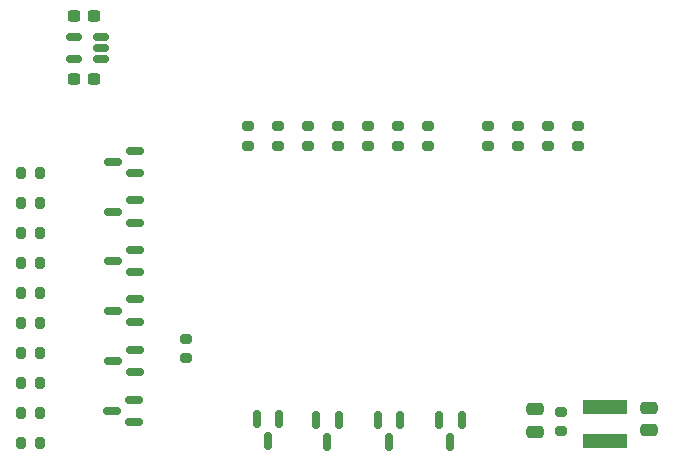
<source format=gbr>
%TF.GenerationSoftware,KiCad,Pcbnew,6.0.11-3.fc37*%
%TF.CreationDate,2024-04-07T15:32:32-04:00*%
%TF.ProjectId,Controller_T4,436f6e74-726f-46c6-9c65-725f54342e6b,rev?*%
%TF.SameCoordinates,Original*%
%TF.FileFunction,Paste,Top*%
%TF.FilePolarity,Positive*%
%FSLAX46Y46*%
G04 Gerber Fmt 4.6, Leading zero omitted, Abs format (unit mm)*
G04 Created by KiCad (PCBNEW 6.0.11-3.fc37) date 2024-04-07 15:32:32*
%MOMM*%
%LPD*%
G01*
G04 APERTURE LIST*
G04 Aperture macros list*
%AMRoundRect*
0 Rectangle with rounded corners*
0 $1 Rounding radius*
0 $2 $3 $4 $5 $6 $7 $8 $9 X,Y pos of 4 corners*
0 Add a 4 corners polygon primitive as box body*
4,1,4,$2,$3,$4,$5,$6,$7,$8,$9,$2,$3,0*
0 Add four circle primitives for the rounded corners*
1,1,$1+$1,$2,$3*
1,1,$1+$1,$4,$5*
1,1,$1+$1,$6,$7*
1,1,$1+$1,$8,$9*
0 Add four rect primitives between the rounded corners*
20,1,$1+$1,$2,$3,$4,$5,0*
20,1,$1+$1,$4,$5,$6,$7,0*
20,1,$1+$1,$6,$7,$8,$9,0*
20,1,$1+$1,$8,$9,$2,$3,0*%
G04 Aperture macros list end*
%ADD10RoundRect,0.150000X0.587500X0.150000X-0.587500X0.150000X-0.587500X-0.150000X0.587500X-0.150000X0*%
%ADD11RoundRect,0.200000X-0.200000X-0.275000X0.200000X-0.275000X0.200000X0.275000X-0.200000X0.275000X0*%
%ADD12RoundRect,0.200000X-0.275000X0.200000X-0.275000X-0.200000X0.275000X-0.200000X0.275000X0.200000X0*%
%ADD13RoundRect,0.250000X-0.475000X0.250000X-0.475000X-0.250000X0.475000X-0.250000X0.475000X0.250000X0*%
%ADD14RoundRect,0.237500X-0.300000X-0.237500X0.300000X-0.237500X0.300000X0.237500X-0.300000X0.237500X0*%
%ADD15RoundRect,0.150000X-0.150000X0.587500X-0.150000X-0.587500X0.150000X-0.587500X0.150000X0.587500X0*%
%ADD16RoundRect,0.250000X0.475000X-0.250000X0.475000X0.250000X-0.475000X0.250000X-0.475000X-0.250000X0*%
%ADD17RoundRect,0.150000X0.512500X0.150000X-0.512500X0.150000X-0.512500X-0.150000X0.512500X-0.150000X0*%
%ADD18R,3.700000X1.200000*%
G04 APERTURE END LIST*
D10*
%TO.C,D4*%
X120855000Y-104965000D03*
X120855000Y-103065000D03*
X118980000Y-104015000D03*
%TD*%
D11*
%TO.C,R9*%
X111195000Y-123620000D03*
X112845000Y-123620000D03*
%TD*%
D12*
%TO.C,R21*%
X138085000Y-96800000D03*
X138085000Y-98450000D03*
%TD*%
%TO.C,R16*%
X143165000Y-96800000D03*
X143165000Y-98450000D03*
%TD*%
D13*
%TO.C,C1*%
X164350000Y-120610000D03*
X164350000Y-122510000D03*
%TD*%
D10*
%TO.C,D2*%
X120855000Y-100770000D03*
X120855000Y-98870000D03*
X118980000Y-99820000D03*
%TD*%
D11*
%TO.C,R10*%
X111195000Y-121080000D03*
X112845000Y-121080000D03*
%TD*%
D14*
%TO.C,C3*%
X115697500Y-92810000D03*
X117422500Y-92810000D03*
%TD*%
D12*
%TO.C,R11*%
X156900000Y-120955000D03*
X156900000Y-122605000D03*
%TD*%
D11*
%TO.C,R8*%
X111195000Y-118540000D03*
X112845000Y-118540000D03*
%TD*%
D12*
%TO.C,R12*%
X130465000Y-96800000D03*
X130465000Y-98450000D03*
%TD*%
D11*
%TO.C,R5*%
X111195000Y-105840000D03*
X112845000Y-105840000D03*
%TD*%
D12*
%TO.C,R22*%
X153310000Y-96800000D03*
X153310000Y-98450000D03*
%TD*%
%TO.C,R20*%
X145705000Y-96800000D03*
X145705000Y-98450000D03*
%TD*%
D10*
%TO.C,D8*%
X120855000Y-113355000D03*
X120855000Y-111455000D03*
X118980000Y-112405000D03*
%TD*%
D11*
%TO.C,R6*%
X111195000Y-116000000D03*
X112845000Y-116000000D03*
%TD*%
D15*
%TO.C,D7*%
X138100000Y-121620000D03*
X136200000Y-121620000D03*
X137150000Y-123495000D03*
%TD*%
D14*
%TO.C,C2*%
X115697500Y-87460000D03*
X117422500Y-87460000D03*
%TD*%
D15*
%TO.C,D5*%
X133100000Y-121570000D03*
X131200000Y-121570000D03*
X132150000Y-123445000D03*
%TD*%
D12*
%TO.C,R17*%
X158405000Y-96800000D03*
X158405000Y-98450000D03*
%TD*%
D16*
%TO.C,C5*%
X154750000Y-122650000D03*
X154750000Y-120750000D03*
%TD*%
D15*
%TO.C,D9*%
X148520000Y-121670000D03*
X146620000Y-121670000D03*
X147570000Y-123545000D03*
%TD*%
D17*
%TO.C,U2*%
X117977500Y-91110000D03*
X117977500Y-90160000D03*
X117977500Y-89210000D03*
X115702500Y-89210000D03*
X115702500Y-91110000D03*
%TD*%
D12*
%TO.C,R23*%
X135530000Y-96800000D03*
X135530000Y-98450000D03*
%TD*%
%TO.C,R18*%
X155850000Y-96800000D03*
X155850000Y-98450000D03*
%TD*%
%TO.C,R14*%
X125150000Y-114765000D03*
X125150000Y-116415000D03*
%TD*%
D11*
%TO.C,R3*%
X111195000Y-103300000D03*
X112845000Y-103300000D03*
%TD*%
D15*
%TO.C,D10*%
X143340000Y-121660000D03*
X141440000Y-121660000D03*
X142390000Y-123535000D03*
%TD*%
D11*
%TO.C,R1*%
X111195000Y-100760000D03*
X112845000Y-100760000D03*
%TD*%
D18*
%TO.C,L1*%
X160620000Y-120600000D03*
X160620000Y-123400000D03*
%TD*%
D12*
%TO.C,R13*%
X140625000Y-96800000D03*
X140625000Y-98450000D03*
%TD*%
D11*
%TO.C,R7*%
X111195000Y-108380000D03*
X112845000Y-108380000D03*
%TD*%
D10*
%TO.C,D6*%
X120855000Y-109160000D03*
X120855000Y-107260000D03*
X118980000Y-108210000D03*
%TD*%
D11*
%TO.C,R2*%
X111195000Y-110920000D03*
X112845000Y-110920000D03*
%TD*%
D12*
%TO.C,R19*%
X150770000Y-96800000D03*
X150770000Y-98450000D03*
%TD*%
D11*
%TO.C,R4*%
X111195000Y-113460000D03*
X112845000Y-113460000D03*
%TD*%
D12*
%TO.C,R15*%
X133005000Y-96800000D03*
X133005000Y-98450000D03*
%TD*%
D10*
%TO.C,D1*%
X120855000Y-117630000D03*
X120855000Y-115730000D03*
X118980000Y-116680000D03*
%TD*%
%TO.C,D3*%
X120810000Y-121870000D03*
X120810000Y-119970000D03*
X118935000Y-120920000D03*
%TD*%
M02*

</source>
